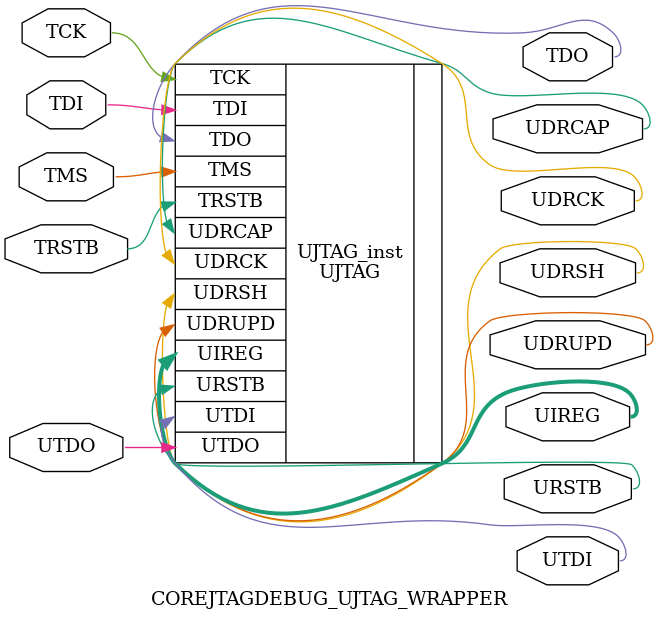
<source format=v>
/******************************************************************************
   Copyright (c) 2015 Synopsys, Inc.
   This model and the associated documentation are proprietary to Synopsys, Inc. 
   This model may only be used in accordance with the terms and conditions of a 
   written license agreement with Synopsys, Inc. All other use, reproduction,
   or distribution of this model is strictly prohibited.
*******************************************************************************
   Title      : Wrapper for the UJTAG module in Microsemi FPGA devices
   Project    : Identify
*******************************************************************************
   Description: Drop-in replacement for Microsemi's UJTAG module, to provide
                UJTAG access to the user's design even if it is instrumented
                using Identify.
*******************************************************************************
   Usage:       - Instantiate UJTAG_WRAPPER instead of UJTAG in your user design
                  (irrespective of whether you are going to instrument the 
                  design or not).
                  NOTES: - Two UJTAG OPCODEs are reserved for usage by Identify:
                           UIREG[5:1] = 5'b00001 and 
                           UIREG[5:1] = 5'b00010.
                         - Furthermore, UIREG[6] is used by Identify as 'enable'
                           signal.
                - Add this ujtag_wrapper.v file to the list of HDL source files
                  in your Synplify Pro project.
                - If you do want to debug the design using Identify, then
                  you have to `define IDENTIFY_DEBUG_IMPL.
                  You can also do this directly in Synplify Pro:
                  set_option -hdl_define -set IDENTIFY_DEBUG_IMPL
*******************************************************************************
   File       : ujtag_wrapper.v
   Author     : jalb
   Created    : 2015/03/13
   Last update: 2015/03/13
*******************************************************************************
           $Id:$

******************************************************************************/

module COREJTAGDEBUG_UJTAG_WRAPPER (
					  // Inputs
					  UTDO,
					  TDI,
					  TMS,
					  TCK,
					  TRSTB,
					  // Outputs
					  UDRCAP,
					  UDRSH,
					  UDRUPD,
					  UIREG,
					  URSTB,
					  UDRCK,
					  UTDI,
					  TDO
					  );
  
  input UTDO;
  input TDI;
  input TMS;
  input TCK;
  input TRSTB;
  output UDRCAP;
  output UDRSH;
  output UDRUPD;
  output [7:0] UIREG;
  output       URSTB;
  output 	   UDRCK;
  output       UTDI;
  output       TDO;

`ifndef IDENTIFY_DEBUG_IMPL

  //------ The original UJTAG module
  UJTAG UJTAG_inst(
				// Inputs
				.UTDO   ( UTDO ),
				.TDI    ( TDI ),
				.TMS    ( TMS ),
				.TCK    ( TCK ),
				.TRSTB  ( TRSTB ),
				// Outputs
				.UDRCAP ( UDRCAP ),
				.UDRSH  ( UDRSH ),
				.UDRUPD ( UDRUPD ),
				.UIREG  ( UIREG ),
				.URSTB  ( URSTB ),
				.UDRCK  ( UDRCK ),
				.UTDI   ( UTDI ),
				.TDO    ( TDO )
        );

`else

  wire 	 utdo_wire /* synthesis syn_keep=1 */ ;
  wire   tdi_wire /* synthesis syn_keep=1 */ ;
  wire   tms_wire /* synthesis syn_keep=1 */ ;
  wire   tck_wire /* synthesis syn_keep=1 */ ;
  wire   trstb_wire /* synthesis syn_keep=1 */ ;
  
  assign utdo_wire 	= UTDO ;
  assign tdi_wire 	= TDI;
  assign tms_wire 	= TMS;
  assign tck_wire 	= TCK;
  assign trstb_wire = TRSTB;
  
  // Hyper-connects to connect to the hyper-sources in the JTAG interface of the Identify IP core
  syn_hyper_connect_internal hyperc_ujtag_wrapper_uireg(UIREG) /* synthesis tag="ujtag_wrapper_uireg" */;
  defparam hyperc_ujtag_wrapper_uireg.w = 8;

  syn_hyper_connect_internal hyperc_ujtag_wrapper_urstb(URSTB) /* synthesis tag="ujtag_wrapper_urstb" */;
  defparam hyperc_ujtag_wrapper_urstb.w = 1;

  syn_hyper_connect_internal hyperc_ujtag_wrapper_udrupd(UDRUPD) /* synthesis tag="ujtag_wrapper_udrupd" */;
  defparam hyperc_ujtag_wrapper_udrupd.w = 1;

  syn_hyper_connect_internal hyperc_ujtag_wrapper_udrck(UDRCK) /* synthesis tag="ujtag_wrapper_udrck" */;
  defparam hyperc_ujtag_wrapper_udrck.w = 1;

  syn_hyper_connect_internal hyperc_ujtag_wrapper_udrcap(UDRCAP) /* synthesis tag="ujtag_wrapper_udrcap" */;
  defparam hyperc_ujtag_wrapper_udrcap.w = 1;

  syn_hyper_connect_internal hyperc_ujtag_wrapper_udrsh(UDRSH) /* synthesis tag="ujtag_wrapper_udrsh" */;
  defparam hyperc_ujtag_wrapper_udrsh.w = 1;

  syn_hyper_connect_internal hyperc_ujtag_wrapper_utdi(UTDI) /* synthesis tag="ujtag_wrapper_utdi" */;
  defparam hyperc_ujtag_wrapper_utdi.w = 1;

  syn_hyper_source_internal hypers_ujtag_wrapper_utdo(utdo_wire) /* synthesis tag="ujtag_wrapper_utdo" */;
  defparam hypers_ujtag_wrapper_utdo.w 	  = 1;

  // ... and ditto for the FPGA-level JTAG ports:
  syn_hyper_source_internal hypers_ujtag_wrapper_tdi(tdi_wire) /* synthesis tag="ujtag_wrapper_tdi" */;
  defparam hypers_ujtag_wrapper_tdi.w 	 = 1;

  syn_hyper_source_internal hypers_ujtag_wrapper_tms(tms_wire) /* synthesis tag="ujtag_wrapper_tms" */;
  defparam hypers_ujtag_wrapper_tms.w 	  = 1;
  
  syn_hyper_source_internal hypers_ujtag_wrapper_tck(tck_wire) /* synthesis tag="ujtag_wrapper_tck" */;
  defparam hypers_ujtag_wrapper_tck.w 	  = 1;

  syn_hyper_source_internal hypers_ujtag_wrapper_trstb(trstb_wire) /* synthesis tag="ujtag_wrapper_trstb" */;
  defparam hypers_ujtag_wrapper_trstb.w 	  = 1;

  syn_hyper_connect_internal hyperc_ujtag_wrapper_tdo(TDO) /* synthesis tag="ujtag_wrapper_tdo" */;
  defparam hyperc_ujtag_wrapper_tdo.w = 1;
  
`endif
  
endmodule // UJTAG_WRAPPER

</source>
